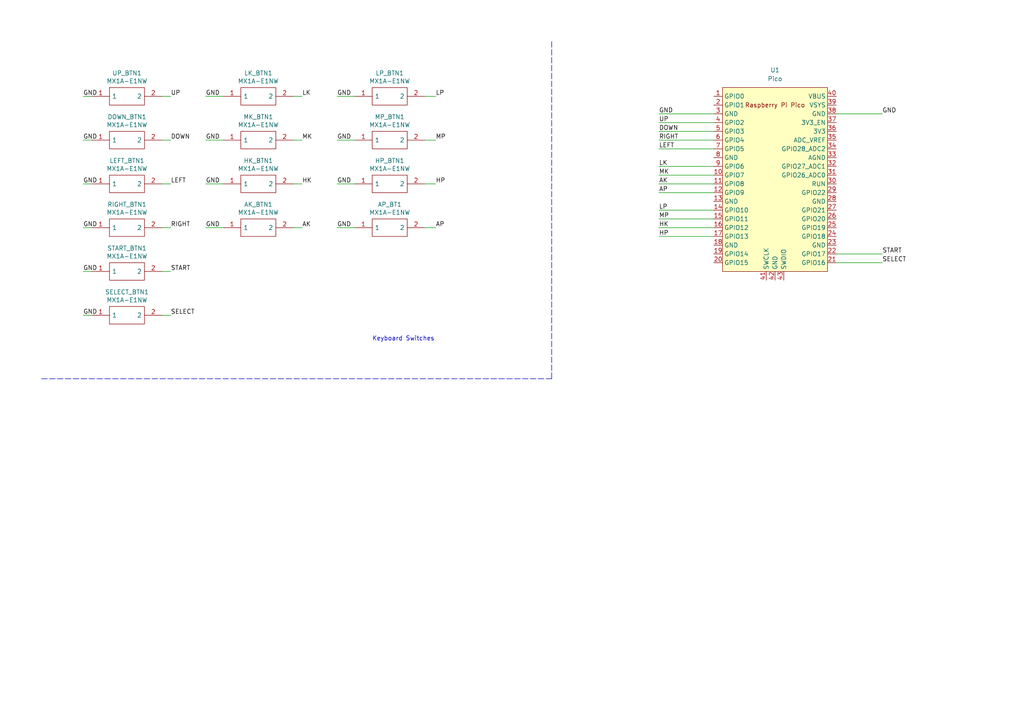
<source format=kicad_sch>
(kicad_sch (version 20211123) (generator eeschema)
  (paper "A4")
  (title_block (title "Fight Key PCB") (date "2022-05-21") (rev "2") (company "Dylan Turner"))
  (lib_symbols
    (symbol "ECAD_Libraries:MX1A-E1NW" (pin_names (offset 0.762))
      (property "Reference" "S" (at 16.51 7.62 0))
      (property "Value" "ECAD_Libraries_MX1A-E1NW" (at 16.51 5.08 0))
      (symbol "MX1A-E1NW_0_0"
        (pin passive line (at 0 0 0) (length 5.08) (name "1") (number "1"))
        (pin passive line (at 20.32 0 180) (length 5.08) (name "2") (number "2"))
      )
      (symbol "MX1A-E1NW_0_1"
        (polyline (pts (xy 5.08 2.54) (xy 15.24 2.54) (xy 15.24 -2.54) (xy 5.08 -2.54) (xy 5.08 2.54)) (stroke (width 0.1524)))
      )
    )
    (symbol "MCU_RaspberryPi_and_Boards:Pico"
      (property "Reference" "U" (at -13.97 27.94 0))
      (property "Value" "Pico" (at 0 19.05 0))
      (symbol "Pico_0_0"
        (text "Raspberry Pi Pico" (at 0 21.59 0) (effects (font (size 1.27 1.27))))
      )
      (symbol "Pico_0_1"
        (rectangle (start -15.24 26.67) (end 15.24 -26.67) (fill (type background)))
      )
      (symbol "Pico_1_1"
        (pin bidirectional line (at -17.78 24.13 0) (length 2.54) (name "GPIO0") (number "1"))
        (pin bidirectional line (at -17.78 1.27 0) (length 2.54) (name "GPIO7") (number "10"))
        (pin bidirectional line (at -17.78 -1.27 0) (length 2.54) (name "GPIO8") (number "11"))
        (pin bidirectional line (at -17.78 -3.81 0) (length 2.54) (name "GPIO9") (number "12"))
        (pin power_in line (at -17.78 -6.35 0) (length 2.54) (name "GND") (number "13"))
        (pin bidirectional line (at -17.78 -8.89 0) (length 2.54) (name "GPIO10") (number "14"))
        (pin bidirectional line (at -17.78 -11.43 0) (length 2.54) (name "GPIO11") (number "15"))
        (pin bidirectional line (at -17.78 -13.97 0) (length 2.54) (name "GPIO12") (number "16"))
        (pin bidirectional line (at -17.78 -16.51 0) (length 2.54) (name "GPIO13") (number "17"))
        (pin power_in line (at -17.78 -19.05 0) (length 2.54) (name "GND") (number "18"))
        (pin bidirectional line (at -17.78 -21.59 0) (length 2.54) (name "GPIO14") (number "19"))
        (pin bidirectional line (at -17.78 21.59 0) (length 2.54) (name "GPIO1") (number "2"))
        (pin bidirectional line (at -17.78 -24.13 0) (length 2.54) (name "GPIO15") (number "20"))
        (pin bidirectional line (at 17.78 -24.13 180) (length 2.54) (name "GPIO16") (number "21"))
        (pin bidirectional line (at 17.78 -21.59 180) (length 2.54) (name "GPIO17") (number "22"))
        (pin power_in line (at 17.78 -19.05 180) (length 2.54) (name "GND") (number "23"))
        (pin bidirectional line (at 17.78 -16.51 180) (length 2.54) (name "GPIO18") (number "24"))
        (pin bidirectional line (at 17.78 -13.97 180) (length 2.54) (name "GPIO19") (number "25"))
        (pin bidirectional line (at 17.78 -11.43 180) (length 2.54) (name "GPIO20") (number "26"))
        (pin bidirectional line (at 17.78 -8.89 180) (length 2.54) (name "GPIO21") (number "27"))
        (pin power_in line (at 17.78 -6.35 180) (length 2.54) (name "GND") (number "28"))
        (pin bidirectional line (at 17.78 -3.81 180) (length 2.54) (name "GPIO22") (number "29"))
        (pin power_in line (at -17.78 19.05 0) (length 2.54) (name "GND") (number "3"))
        (pin input line (at 17.78 -1.27 180) (length 2.54) (name "RUN") (number "30"))
        (pin bidirectional line (at 17.78 1.27 180) (length 2.54) (name "GPIO26_ADC0") (number "31"))
        (pin bidirectional line (at 17.78 3.81 180) (length 2.54) (name "GPIO27_ADC1") (number "32"))
        (pin power_in line (at 17.78 6.35 180) (length 2.54) (name "AGND") (number "33"))
        (pin bidirectional line (at 17.78 8.89 180) (length 2.54) (name "GPIO28_ADC2") (number "34"))
        (pin power_in line (at 17.78 11.43 180) (length 2.54) (name "ADC_VREF") (number "35"))
        (pin power_in line (at 17.78 13.97 180) (length 2.54) (name "3V3") (number "36"))
        (pin input line (at 17.78 16.51 180) (length 2.54) (name "3V3_EN") (number "37"))
        (pin bidirectional line (at 17.78 19.05 180) (length 2.54) (name "GND") (number "38"))
        (pin power_in line (at 17.78 21.59 180) (length 2.54) (name "VSYS") (number "39"))
        (pin bidirectional line (at -17.78 16.51 0) (length 2.54) (name "GPIO2") (number "4"))
        (pin power_in line (at 17.78 24.13 180) (length 2.54) (name "VBUS") (number "40"))
        (pin input line (at -2.54 -29.21 90) (length 2.54) (name "SWCLK") (number "41"))
        (pin power_in line (at 0 -29.21 90) (length 2.54) (name "GND") (number "42"))
        (pin bidirectional line (at 2.54 -29.21 90) (length 2.54) (name "SWDIO") (number "43"))
        (pin bidirectional line (at -17.78 13.97 0) (length 2.54) (name "GPIO3") (number "5"))
        (pin bidirectional line (at -17.78 11.43 0) (length 2.54) (name "GPIO4") (number "6"))
        (pin bidirectional line (at -17.78 8.89 0) (length 2.54) (name "GPIO5") (number "7"))
        (pin power_in line (at -17.78 6.35 0) (length 2.54) (name "GND") (number "8"))
        (pin bidirectional line (at -17.78 3.81 0) (length 2.54) (name "GPIO6") (number "9"))
      )
    )
  )
  (wire (pts (xy 59.69 66.04) (xy 64.77 66.04)))
  (wire (pts (xy 191.135 68.58) (xy 207.01 68.58)))
  (wire (pts (xy 46.99 53.34) (xy 49.53 53.34)))
  (wire (pts (xy 191.135 43.18) (xy 207.01 43.18)))
  (wire (pts (xy 26.67 91.44) (xy 24.13 91.44)))
  (wire (pts (xy 85.09 53.34) (xy 87.63 53.34)))
  (wire (pts (xy 59.69 40.64) (xy 64.77 40.64)))
  (wire (pts (xy 97.79 27.94) (xy 102.87 27.94)))
  (wire (pts (xy 242.57 73.66) (xy 255.905 73.66)))
  (wire (pts (xy 191.135 55.88) (xy 207.01 55.88)))
  (wire (pts (xy 191.135 33.02) (xy 207.01 33.02)))
  (wire (pts (xy 191.135 38.1) (xy 207.01 38.1)))
  (wire (pts (xy 85.09 66.04) (xy 87.63 66.04)))
  (wire (pts (xy 97.79 53.34) (xy 102.87 53.34)))
  (wire (pts (xy 26.67 78.74) (xy 24.13 78.74)))
  (wire (pts (xy 242.57 33.02) (xy 255.905 33.02)))
  (wire (pts (xy 26.67 40.64) (xy 24.13 40.64)))
  (polyline (pts (xy 160.02 12.065) (xy 160.02 109.855)))
  (polyline (pts (xy 12.065 109.855) (xy 160.02 109.855)))
  (wire (pts (xy 46.99 66.04) (xy 49.53 66.04)))
  (wire (pts (xy 191.135 50.8) (xy 207.01 50.8)))
  (wire (pts (xy 191.135 53.34) (xy 207.01 53.34)))
  (wire (pts (xy 85.09 40.64) (xy 87.63 40.64)))
  (wire (pts (xy 123.19 27.94) (xy 126.365 27.94)))
  (wire (pts (xy 46.99 27.94) (xy 49.53 27.94)))
  (wire (pts (xy 85.09 27.94) (xy 87.63 27.94)))
  (wire (pts (xy 123.19 40.64) (xy 126.365 40.64)))
  (wire (pts (xy 59.69 53.34) (xy 64.77 53.34)))
  (wire (pts (xy 59.69 27.94) (xy 64.77 27.94)))
  (wire (pts (xy 191.135 60.96) (xy 207.01 60.96)))
  (wire (pts (xy 46.99 91.44) (xy 49.53 91.44)))
  (wire (pts (xy 191.135 48.26) (xy 207.01 48.26)))
  (wire (pts (xy 26.67 66.04) (xy 24.13 66.04)))
  (wire (pts (xy 242.57 76.2) (xy 255.905 76.2)))
  (wire (pts (xy 191.135 63.5) (xy 207.01 63.5)))
  (wire (pts (xy 191.135 66.04) (xy 207.01 66.04)))
  (wire (pts (xy 46.99 78.74) (xy 49.53 78.74)))
  (wire (pts (xy 191.135 35.56) (xy 207.01 35.56)))
  (wire (pts (xy 97.79 66.04) (xy 102.87 66.04)))
  (wire (pts (xy 123.19 53.34) (xy 126.365 53.34)))
  (wire (pts (xy 191.135 40.64) (xy 207.01 40.64)))
  (wire (pts (xy 123.19 66.04) (xy 126.365 66.04)))
  (wire (pts (xy 26.67 53.34) (xy 24.13 53.34)))
  (wire (pts (xy 97.79 40.64) (xy 102.87 40.64)))
  (wire (pts (xy 26.67 27.94) (xy 24.13 27.94)))
  (wire (pts (xy 46.99 40.64) (xy 49.53 40.64)))
  (text "Keyboard Switches" (at 107.95 99.06 0) (effects (font (size 1.27 1.27)) (justify left bottom)))
  (label "GND" (at 24.13 40.64 0))
  (label "MK" (at 87.63 40.64 0))
  (label "GND" (at 97.79 66.04 0))
  (label "GND" (at 255.905 33.02 0))
  (label "GND" (at 97.79 27.94 0))
  (label "GND" (at 191.135 33.02 0))
  (label "GND" (at 24.13 66.04 0))
  (label "RIGHT" (at 191.135 40.64 0))
  (label "DOWN" (at 49.53 40.64 0))
  (label "GND" (at 97.79 40.64 0))
  (label "SELECT" (at 255.905 76.2 0))
  (label "GND" (at 97.79 53.34 0))
  (label "GND" (at 24.13 53.34 0))
  (label "GND" (at 59.69 40.64 0))
  (label "AK" (at 191.135 53.34 0))
  (label "START" (at 49.53 78.74 0))
  (label "MP" (at 191.135 63.5 0))
  (label "DOWN" (at 191.135 38.1 0))
  (label "GND" (at 59.69 27.94 0))
  (label "RIGHT" (at 49.53 66.04 0))
  (label "LP" (at 191.135 60.96 0))
  (label "HK" (at 191.135 66.04 0))
  (label "SELECT" (at 49.53 91.44 0))
  (label "AP" (at 191.135 55.88 0))
  (label "HK" (at 87.63 53.34 0))
  (label "LP" (at 126.365 27.94 0))
  (label "GND" (at 59.69 66.04 0))
  (label "GND" (at 24.13 91.44 0))
  (label "UP" (at 49.53 27.94 0))
  (label "AK" (at 87.63 66.04 0))
  (label "UP" (at 191.135 35.56 0))
  (label "START" (at 255.905 73.66 0))
  (label "GND" (at 59.69 53.34 0))
  (label "HP" (at 191.135 68.58 0))
  (label "GND" (at 24.13 27.94 0))
  (label "GND" (at 24.13 78.74 0))
  (label "HP" (at 126.365 53.34 0))
  (label "MP" (at 126.365 40.64 0))
  (label "LK" (at 87.63 27.94 0))
  (label "AP" (at 126.365 66.04 0))
  (label "LEFT" (at 49.53 53.34 0))
  (label "MK" (at 191.135 50.8 0))
  (label "LEFT" (at 191.135 43.18 0))
  (label "LK" (at 191.135 48.26 0))
  (symbol (lib_id "ECAD_Libraries:MX1A-E1NW") (at 26.67 27.94 0) (unit 1)
    (property "Reference" "UP_BTN1" (at 36.83 21.209 0))
    (property "Value" "MX1A-E1NW" (at 36.83 23.5204 0))
    (property "Footprint" "MX1AE1NW" (effects hide))
    (property "Datasheet" "https://media.digikey.com/pdf/Data%20Sheets/Cherry%20PDFs/MX%20Series.pdf" (effects hide))
    (property "Description" "Pushbutton Switches Full Travel, Mech. Keyswitch, Click Tactile Feel (Blue stem), 60cN, No LED, No Diode, Fixation Pins for PCB Mounting" (effects hide))
    (property "Height" "15.2" (effects hide))
    (property "Mouser Part Number" "540-MX1A-E1NW" (effects hide))
    (property "Mouser Price/Stock" "https://www.mouser.co.uk/ProductDetail/CHERRY/MX1A-E1NW?qs=Z7NFYKyvgJd45Wm4xzFv7w%3D%3D" (effects hide))
    (property "Manufacturer_Name" "Cherry" (effects hide))
    (property "Manufacturer_Part_Number" "MX1A-E1NW" (effects hide))
  )
  (symbol (lib_id "ECAD_Libraries:MX1A-E1NW") (at 26.67 40.64 0) (unit 1)
    (property "Reference" "DOWN_BTN1" (at 36.83 33.909 0))
    (property "Value" "MX1A-E1NW" (at 36.83 36.2204 0))
    (property "Footprint" "MX1AE1NW" (effects hide))
    (property "Datasheet" "https://media.digikey.com/pdf/Data%20Sheets/Cherry%20PDFs/MX%20Series.pdf" (effects hide))
    (property "Description" "Pushbutton Switches Full Travel, Mech. Keyswitch, Click Tactile Feel (Blue stem), 60cN, No LED, No Diode, Fixation Pins for PCB Mounting" (effects hide))
    (property "Height" "15.2" (effects hide))
    (property "Mouser Part Number" "540-MX1A-E1NW" (effects hide))
    (property "Mouser Price/Stock" "https://www.mouser.co.uk/ProductDetail/CHERRY/MX1A-E1NW?qs=Z7NFYKyvgJd45Wm4xzFv7w%3D%3D" (effects hide))
    (property "Manufacturer_Name" "Cherry" (effects hide))
    (property "Manufacturer_Part_Number" "MX1A-E1NW" (effects hide))
  )
  (symbol (lib_id "ECAD_Libraries:MX1A-E1NW") (at 26.67 53.34 0) (unit 1)
    (property "Reference" "LEFT_BTN1" (at 36.83 46.609 0))
    (property "Value" "MX1A-E1NW" (at 36.83 48.9204 0))
    (property "Footprint" "MX1AE1NW" (effects hide))
    (property "Datasheet" "https://media.digikey.com/pdf/Data%20Sheets/Cherry%20PDFs/MX%20Series.pdf" (effects hide))
    (property "Description" "Pushbutton Switches Full Travel, Mech. Keyswitch, Click Tactile Feel (Blue stem), 60cN, No LED, No Diode, Fixation Pins for PCB Mounting" (effects hide))
    (property "Height" "15.2" (effects hide))
    (property "Mouser Part Number" "540-MX1A-E1NW" (effects hide))
    (property "Mouser Price/Stock" "https://www.mouser.co.uk/ProductDetail/CHERRY/MX1A-E1NW?qs=Z7NFYKyvgJd45Wm4xzFv7w%3D%3D" (effects hide))
    (property "Manufacturer_Name" "Cherry" (effects hide))
    (property "Manufacturer_Part_Number" "MX1A-E1NW" (effects hide))
  )
  (symbol (lib_id "ECAD_Libraries:MX1A-E1NW") (at 26.67 66.04 0) (unit 1)
    (property "Reference" "RIGHT_BTN1" (at 36.83 59.309 0))
    (property "Value" "MX1A-E1NW" (at 36.83 61.6204 0))
    (property "Footprint" "MX1AE1NW" (effects hide))
    (property "Datasheet" "https://media.digikey.com/pdf/Data%20Sheets/Cherry%20PDFs/MX%20Series.pdf" (effects hide))
    (property "Description" "Pushbutton Switches Full Travel, Mech. Keyswitch, Click Tactile Feel (Blue stem), 60cN, No LED, No Diode, Fixation Pins for PCB Mounting" (effects hide))
    (property "Height" "15.2" (effects hide))
    (property "Mouser Part Number" "540-MX1A-E1NW" (effects hide))
    (property "Mouser Price/Stock" "https://www.mouser.co.uk/ProductDetail/CHERRY/MX1A-E1NW?qs=Z7NFYKyvgJd45Wm4xzFv7w%3D%3D" (effects hide))
    (property "Manufacturer_Name" "Cherry" (effects hide))
    (property "Manufacturer_Part_Number" "MX1A-E1NW" (effects hide))
  )
  (symbol (lib_id "ECAD_Libraries:MX1A-E1NW") (at 26.67 78.74 0) (unit 1)
    (property "Reference" "START_BTN1" (at 36.83 72.009 0))
    (property "Value" "MX1A-E1NW" (at 36.83 74.3204 0))
    (property "Footprint" "MX1AE1NW" (effects hide))
    (property "Datasheet" "https://media.digikey.com/pdf/Data%20Sheets/Cherry%20PDFs/MX%20Series.pdf" (effects hide))
    (property "Description" "Pushbutton Switches Full Travel, Mech. Keyswitch, Click Tactile Feel (Blue stem), 60cN, No LED, No Diode, Fixation Pins for PCB Mounting" (effects hide))
    (property "Height" "15.2" (effects hide))
    (property "Mouser Part Number" "540-MX1A-E1NW" (effects hide))
    (property "Mouser Price/Stock" "https://www.mouser.co.uk/ProductDetail/CHERRY/MX1A-E1NW?qs=Z7NFYKyvgJd45Wm4xzFv7w%3D%3D" (effects hide))
    (property "Manufacturer_Name" "Cherry" (effects hide))
    (property "Manufacturer_Part_Number" "MX1A-E1NW" (effects hide))
  )
  (symbol (lib_id "ECAD_Libraries:MX1A-E1NW") (at 26.67 91.44 0) (unit 1)
    (property "Reference" "SELECT_BTN1" (at 36.83 84.709 0))
    (property "Value" "MX1A-E1NW" (at 36.83 87.0204 0))
    (property "Footprint" "MX1AE1NW" (effects hide))
    (property "Datasheet" "https://media.digikey.com/pdf/Data%20Sheets/Cherry%20PDFs/MX%20Series.pdf" (effects hide))
    (property "Description" "Pushbutton Switches Full Travel, Mech. Keyswitch, Click Tactile Feel (Blue stem), 60cN, No LED, No Diode, Fixation Pins for PCB Mounting" (effects hide))
    (property "Height" "15.2" (effects hide))
    (property "Mouser Part Number" "540-MX1A-E1NW" (effects hide))
    (property "Mouser Price/Stock" "https://www.mouser.co.uk/ProductDetail/CHERRY/MX1A-E1NW?qs=Z7NFYKyvgJd45Wm4xzFv7w%3D%3D" (effects hide))
    (property "Manufacturer_Name" "Cherry" (effects hide))
    (property "Manufacturer_Part_Number" "MX1A-E1NW" (effects hide))
  )
  (symbol (lib_id "ECAD_Libraries:MX1A-E1NW") (at 64.77 27.94 0) (unit 1)
    (property "Reference" "LK_BTN1" (at 74.93 21.209 0))
    (property "Value" "MX1A-E1NW" (at 74.93 23.5204 0))
    (property "Footprint" "MX1AE1NW" (effects hide))
    (property "Datasheet" "https://media.digikey.com/pdf/Data%20Sheets/Cherry%20PDFs/MX%20Series.pdf" (effects hide))
    (property "Description" "Pushbutton Switches Full Travel, Mech. Keyswitch, Click Tactile Feel (Blue stem), 60cN, No LED, No Diode, Fixation Pins for PCB Mounting" (effects hide))
    (property "Height" "15.2" (effects hide))
    (property "Mouser Part Number" "540-MX1A-E1NW" (effects hide))
    (property "Mouser Price/Stock" "https://www.mouser.co.uk/ProductDetail/CHERRY/MX1A-E1NW?qs=Z7NFYKyvgJd45Wm4xzFv7w%3D%3D" (effects hide))
    (property "Manufacturer_Name" "Cherry" (effects hide))
    (property "Manufacturer_Part_Number" "MX1A-E1NW" (effects hide))
  )
  (symbol (lib_id "ECAD_Libraries:MX1A-E1NW") (at 64.77 40.64 0) (unit 1)
    (property "Reference" "MK_BTN1" (at 74.93 33.909 0))
    (property "Value" "MX1A-E1NW" (at 74.93 36.2204 0))
    (property "Footprint" "MX1AE1NW" (effects hide))
    (property "Datasheet" "https://media.digikey.com/pdf/Data%20Sheets/Cherry%20PDFs/MX%20Series.pdf" (effects hide))
    (property "Description" "Pushbutton Switches Full Travel, Mech. Keyswitch, Click Tactile Feel (Blue stem), 60cN, No LED, No Diode, Fixation Pins for PCB Mounting" (effects hide))
    (property "Height" "15.2" (effects hide))
    (property "Mouser Part Number" "540-MX1A-E1NW" (effects hide))
    (property "Mouser Price/Stock" "https://www.mouser.co.uk/ProductDetail/CHERRY/MX1A-E1NW?qs=Z7NFYKyvgJd45Wm4xzFv7w%3D%3D" (effects hide))
    (property "Manufacturer_Name" "Cherry" (effects hide))
    (property "Manufacturer_Part_Number" "MX1A-E1NW" (effects hide))
  )
  (symbol (lib_id "ECAD_Libraries:MX1A-E1NW") (at 64.77 53.34 0) (unit 1)
    (property "Reference" "HK_BTN1" (at 74.93 46.609 0))
    (property "Value" "MX1A-E1NW" (at 74.93 48.9204 0))
    (property "Footprint" "MX1AE1NW" (effects hide))
    (property "Datasheet" "https://media.digikey.com/pdf/Data%20Sheets/Cherry%20PDFs/MX%20Series.pdf" (effects hide))
    (property "Description" "Pushbutton Switches Full Travel, Mech. Keyswitch, Click Tactile Feel (Blue stem), 60cN, No LED, No Diode, Fixation Pins for PCB Mounting" (effects hide))
    (property "Height" "15.2" (effects hide))
    (property "Mouser Part Number" "540-MX1A-E1NW" (effects hide))
    (property "Mouser Price/Stock" "https://www.mouser.co.uk/ProductDetail/CHERRY/MX1A-E1NW?qs=Z7NFYKyvgJd45Wm4xzFv7w%3D%3D" (effects hide))
    (property "Manufacturer_Name" "Cherry" (effects hide))
    (property "Manufacturer_Part_Number" "MX1A-E1NW" (effects hide))
  )
  (symbol (lib_id "ECAD_Libraries:MX1A-E1NW") (at 102.87 66.04 0) (unit 1)
    (property "Reference" "AP_BT1" (at 113.03 59.309 0))
    (property "Value" "MX1A-E1NW" (at 113.03 61.6204 0))
    (property "Footprint" "MX1AE1NW" (effects hide))
    (property "Datasheet" "https://media.digikey.com/pdf/Data%20Sheets/Cherry%20PDFs/MX%20Series.pdf" (effects hide))
    (property "Description" "Pushbutton Switches Full Travel, Mech. Keyswitch, Click Tactile Feel (Blue stem), 60cN, No LED, No Diode, Fixation Pins for PCB Mounting" (effects hide))
    (property "Height" "15.2" (effects hide))
    (property "Mouser Part Number" "540-MX1A-E1NW" (effects hide))
    (property "Mouser Price/Stock" "https://www.mouser.co.uk/ProductDetail/CHERRY/MX1A-E1NW?qs=Z7NFYKyvgJd45Wm4xzFv7w%3D%3D" (effects hide))
    (property "Manufacturer_Name" "Cherry" (effects hide))
    (property "Manufacturer_Part_Number" "MX1A-E1NW" (effects hide))
  )
  (symbol (lib_id "ECAD_Libraries:MX1A-E1NW") (at 102.87 27.94 0) (unit 1)
    (property "Reference" "LP_BTN1" (at 113.03 21.209 0))
    (property "Value" "MX1A-E1NW" (at 113.03 23.5204 0))
    (property "Footprint" "MX1AE1NW" (effects hide))
    (property "Datasheet" "https://media.digikey.com/pdf/Data%20Sheets/Cherry%20PDFs/MX%20Series.pdf" (effects hide))
    (property "Description" "Pushbutton Switches Full Travel, Mech. Keyswitch, Click Tactile Feel (Blue stem), 60cN, No LED, No Diode, Fixation Pins for PCB Mounting" (effects hide))
    (property "Height" "15.2" (effects hide))
    (property "Mouser Part Number" "540-MX1A-E1NW" (effects hide))
    (property "Mouser Price/Stock" "https://www.mouser.co.uk/ProductDetail/CHERRY/MX1A-E1NW?qs=Z7NFYKyvgJd45Wm4xzFv7w%3D%3D" (effects hide))
    (property "Manufacturer_Name" "Cherry" (effects hide))
    (property "Manufacturer_Part_Number" "MX1A-E1NW" (effects hide))
  )
  (symbol (lib_id "ECAD_Libraries:MX1A-E1NW") (at 102.87 40.64 0) (unit 1)
    (property "Reference" "MP_BTN1" (at 113.03 33.909 0))
    (property "Value" "MX1A-E1NW" (at 113.03 36.2204 0))
    (property "Footprint" "MX1AE1NW" (effects hide))
    (property "Datasheet" "https://media.digikey.com/pdf/Data%20Sheets/Cherry%20PDFs/MX%20Series.pdf" (effects hide))
    (property "Description" "Pushbutton Switches Full Travel, Mech. Keyswitch, Click Tactile Feel (Blue stem), 60cN, No LED, No Diode, Fixation Pins for PCB Mounting" (effects hide))
    (property "Height" "15.2" (effects hide))
    (property "Mouser Part Number" "540-MX1A-E1NW" (effects hide))
    (property "Mouser Price/Stock" "https://www.mouser.co.uk/ProductDetail/CHERRY/MX1A-E1NW?qs=Z7NFYKyvgJd45Wm4xzFv7w%3D%3D" (effects hide))
    (property "Manufacturer_Name" "Cherry" (effects hide))
    (property "Manufacturer_Part_Number" "MX1A-E1NW" (effects hide))
  )
  (symbol (lib_id "ECAD_Libraries:MX1A-E1NW") (at 102.87 53.34 0) (unit 1)
    (property "Reference" "HP_BTN1" (at 113.03 46.609 0))
    (property "Value" "MX1A-E1NW" (at 113.03 48.9204 0))
    (property "Footprint" "MX1AE1NW" (effects hide))
    (property "Datasheet" "https://media.digikey.com/pdf/Data%20Sheets/Cherry%20PDFs/MX%20Series.pdf" (effects hide))
    (property "Description" "Pushbutton Switches Full Travel, Mech. Keyswitch, Click Tactile Feel (Blue stem), 60cN, No LED, No Diode, Fixation Pins for PCB Mounting" (effects hide))
    (property "Height" "15.2" (effects hide))
    (property "Mouser Part Number" "540-MX1A-E1NW" (effects hide))
    (property "Mouser Price/Stock" "https://www.mouser.co.uk/ProductDetail/CHERRY/MX1A-E1NW?qs=Z7NFYKyvgJd45Wm4xzFv7w%3D%3D" (effects hide))
    (property "Manufacturer_Name" "Cherry" (effects hide))
    (property "Manufacturer_Part_Number" "MX1A-E1NW" (effects hide))
  )
  (symbol (lib_id "ECAD_Libraries:MX1A-E1NW") (at 64.77 66.04 0) (unit 1)
    (property "Reference" "AK_BTN1" (at 74.93 59.309 0))
    (property "Value" "MX1A-E1NW" (at 74.93 61.6204 0))
    (property "Footprint" "MX1AE1NW" (effects hide))
    (property "Datasheet" "https://media.digikey.com/pdf/Data%20Sheets/Cherry%20PDFs/MX%20Series.pdf" (effects hide))
    (property "Description" "Pushbutton Switches Full Travel, Mech. Keyswitch, Click Tactile Feel (Blue stem), 60cN, No LED, No Diode, Fixation Pins for PCB Mounting" (effects hide))
    (property "Height" "15.2" (effects hide))
    (property "Mouser Part Number" "540-MX1A-E1NW" (effects hide))
    (property "Mouser Price/Stock" "https://www.mouser.co.uk/ProductDetail/CHERRY/MX1A-E1NW?qs=Z7NFYKyvgJd45Wm4xzFv7w%3D%3D" (effects hide))
    (property "Manufacturer_Name" "Cherry" (effects hide))
    (property "Manufacturer_Part_Number" "MX1A-E1NW" (effects hide))
  )
  (symbol (lib_id "MCU_RaspberryPi_and_Boards:Pico") (at 224.79 52.07 0) (unit 1)
    (property "Reference" "U1" (at 224.79 20.32 0))
    (property "Value" "Pico" (at 224.79 22.86 0))
    (property "Footprint" "MCU_RaspberryPi_and_Boards:RPi_Pico_SMD_TH" (effects hide))
  )
)
</source>
